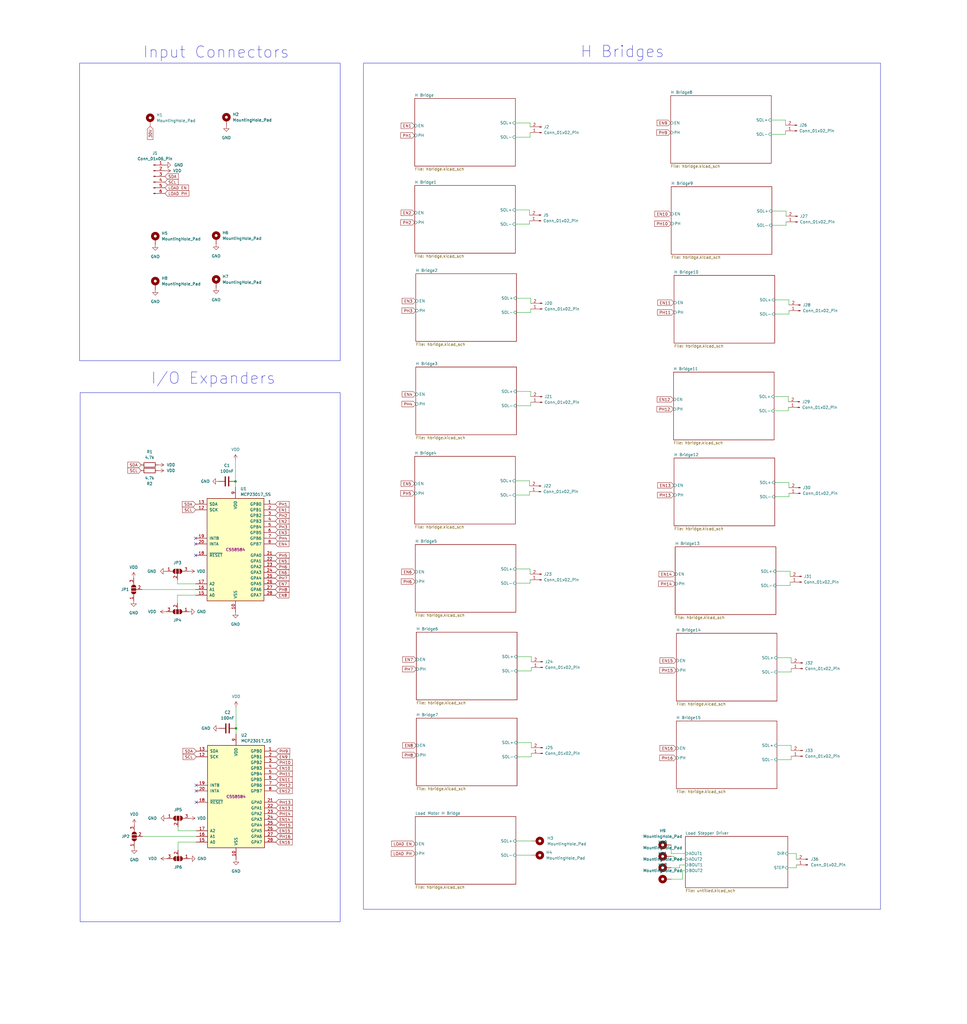
<source format=kicad_sch>
(kicad_sch (version 20250114) (generator "eeschema") (generator_version "9.0")
  (paper "User" 431.8 457.2)
  (lib_symbols
    (symbol "Connector:Conn_01x02_Pin" (pin_names (offset 1.016) (hide yes))
      (property "Reference" "J" (at 0 2.54 0))
      (property "Value" "Conn_01x02_Pin" (at 0 -5.08 0))
      (symbol "Conn_01x02_Pin_1_1"
        (rectangle (start 0.8636 0.127) (end 0 -0.127) (stroke (width 0.1524)) (fill (type outline)))
        (rectangle (start 0.8636 -2.413) (end 0 -2.667) (stroke (width 0.1524)) (fill (type outline)))
        (polyline (pts (xy 1.27 0) (xy 0.8636 0)) (stroke (width 0.1524)))
        (polyline (pts (xy 1.27 -2.54) (xy 0.8636 -2.54)) (stroke (width 0.1524)))
        (pin passive line (at 5.08 0 180) (length 3.81) (name "Pin_1") (number "1"))
        (pin passive line (at 5.08 -2.54 180) (length 3.81) (name "Pin_2") (number "2"))
      )
    )
    (symbol "Connector:Conn_01x06_Pin" (pin_names (offset 1.016) (hide yes))
      (property "Reference" "J" (at 0 7.62 0))
      (property "Value" "Conn_01x06_Pin" (at 0 -10.16 0))
      (symbol "Conn_01x06_Pin_1_1"
        (rectangle (start 0.8636 5.207) (end 0 4.953) (stroke (width 0.1524)) (fill (type outline)))
        (rectangle (start 0.8636 2.667) (end 0 2.413) (stroke (width 0.1524)) (fill (type outline)))
        (rectangle (start 0.8636 0.127) (end 0 -0.127) (stroke (width 0.1524)) (fill (type outline)))
        (rectangle (start 0.8636 -2.413) (end 0 -2.667) (stroke (width 0.1524)) (fill (type outline)))
        (rectangle (start 0.8636 -4.953) (end 0 -5.207) (stroke (width 0.1524)) (fill (type outline)))
        (rectangle (start 0.8636 -7.493) (end 0 -7.747) (stroke (width 0.1524)) (fill (type outline)))
        (polyline (pts (xy 1.27 5.08) (xy 0.8636 5.08)) (stroke (width 0.1524)))
        (polyline (pts (xy 1.27 2.54) (xy 0.8636 2.54)) (stroke (width 0.1524)))
        (polyline (pts (xy 1.27 0) (xy 0.8636 0)) (stroke (width 0.1524)))
        (polyline (pts (xy 1.27 -2.54) (xy 0.8636 -2.54)) (stroke (width 0.1524)))
        (polyline (pts (xy 1.27 -5.08) (xy 0.8636 -5.08)) (stroke (width 0.1524)))
        (polyline (pts (xy 1.27 -7.62) (xy 0.8636 -7.62)) (stroke (width 0.1524)))
        (pin passive line (at 5.08 5.08 180) (length 3.81) (name "Pin_1") (number "1"))
        (pin passive line (at 5.08 2.54 180) (length 3.81) (name "Pin_2") (number "2"))
        (pin passive line (at 5.08 0 180) (length 3.81) (name "Pin_3") (number "3"))
        (pin passive line (at 5.08 -2.54 180) (length 3.81) (name "Pin_4") (number "4"))
        (pin passive line (at 5.08 -5.08 180) (length 3.81) (name "Pin_5") (number "5"))
        (pin passive line (at 5.08 -7.62 180) (length 3.81) (name "Pin_6") (number "6"))
      )
    )
    (symbol "Device:C" (pin_numbers (hide yes)) (pin_names (offset 0.254))
      (property "Reference" "C" (at 0.635 2.54 0))
      (property "Value" "C" (at 0.635 -2.54 0))
      (symbol "C_0_1"
        (polyline (pts (xy -2.032 0.762) (xy 2.032 0.762)) (stroke (width 0.508)))
        (polyline (pts (xy -2.032 -0.762) (xy 2.032 -0.762)) (stroke (width 0.508)))
      )
      (symbol "C_1_1"
        (pin passive line (at 0 3.81 270) (length 2.794) (name "~") (number "1"))
        (pin passive line (at 0 -3.81 90) (length 2.794) (name "~") (number "2"))
      )
    )
    (symbol "Device:R" (pin_numbers (hide yes)) (pin_names (offset 0))
      (property "Reference" "R" (at 2.032 0 90))
      (property "Value" "R" (at 0 0 90))
      (symbol "R_0_1"
        (rectangle (start -1.016 -2.54) (end 1.016 2.54) (stroke (width 0.254)))
      )
      (symbol "R_1_1"
        (pin passive line (at 0 3.81 270) (length 1.27) (name "~") (number "1"))
        (pin passive line (at 0 -3.81 90) (length 1.27) (name "~") (number "2"))
      )
    )
    (symbol "Interface_Expansion:MCP23017_SS" (pin_names (offset 1.016))
      (property "Reference" "U" (at -11.43 24.13 0))
      (property "Value" "MCP23017_SS" (at 0 0 0))
      (symbol "MCP23017_SS_0_1"
        (rectangle (start -12.7 22.86) (end 12.7 -22.86) (stroke (width 0.254)) (fill (type background)))
      )
      (symbol "MCP23017_SS_1_1"
        (pin bidirectional line (at -17.78 20.32 0) (length 5.08) (name "SDA") (number "13"))
        (pin input line (at -17.78 17.78 0) (length 5.08) (name "SCK") (number "12"))
        (pin tri_state line (at -17.78 5.08 0) (length 5.08) (name "INTB") (number "19"))
        (pin tri_state line (at -17.78 2.54 0) (length 5.08) (name "INTA") (number "20"))
        (pin input line (at -17.78 -2.54 0) (length 5.08) (name "~{RESET}") (number "18"))
        (pin input line (at -17.78 -15.24 0) (length 5.08) (name "A2") (number "17"))
        (pin input line (at -17.78 -17.78 0) (length 5.08) (name "A1") (number "16"))
        (pin input line (at -17.78 -20.32 0) (length 5.08) (name "A0") (number "15"))
        (pin no_connect line (at -12.7 15.24 0) (length 5.08) (hide yes) (name "NC") (number "11"))
        (pin no_connect line (at -12.7 12.7 0) (length 5.08) (hide yes) (name "NC") (number "14"))
        (pin power_in line (at 0 27.94 270) (length 5.08) (name "VDD") (number "9"))
        (pin power_in line (at 0 -27.94 90) (length 5.08) (name "VSS") (number "10"))
        (pin bidirectional line (at 17.78 20.32 180) (length 5.08) (name "GPB0") (number "1"))
        (pin bidirectional line (at 17.78 17.78 180) (length 5.08) (name "GPB1") (number "2"))
        (pin bidirectional line (at 17.78 15.24 180) (length 5.08) (name "GPB2") (number "3"))
        (pin bidirectional line (at 17.78 12.7 180) (length 5.08) (name "GPB3") (number "4"))
        (pin bidirectional line (at 17.78 10.16 180) (length 5.08) (name "GPB4") (number "5"))
        (pin bidirectional line (at 17.78 7.62 180) (length 5.08) (name "GPB5") (number "6"))
        (pin bidirectional line (at 17.78 5.08 180) (length 5.08) (name "GPB6") (number "7"))
        (pin bidirectional line (at 17.78 2.54 180) (length 5.08) (name "GPB7") (number "8"))
        (pin bidirectional line (at 17.78 -2.54 180) (length 5.08) (name "GPA0") (number "21"))
        (pin bidirectional line (at 17.78 -5.08 180) (length 5.08) (name "GPA1") (number "22"))
        (pin bidirectional line (at 17.78 -7.62 180) (length 5.08) (name "GPA2") (number "23"))
        (pin bidirectional line (at 17.78 -10.16 180) (length 5.08) (name "GPA3") (number "24"))
        (pin bidirectional line (at 17.78 -12.7 180) (length 5.08) (name "GPA4") (number "25"))
        (pin bidirectional line (at 17.78 -15.24 180) (length 5.08) (name "GPA5") (number "26"))
        (pin bidirectional line (at 17.78 -17.78 180) (length 5.08) (name "GPA6") (number "27"))
        (pin bidirectional line (at 17.78 -20.32 180) (length 5.08) (name "GPA7") (number "28"))
      )
    )
    (symbol "Jumper:SolderJumper_3_Open" (pin_names (offset 0) (hide yes))
      (property "Reference" "JP" (at -2.54 -2.54 0))
      (property "Value" "SolderJumper_3_Open" (at 0 2.794 0))
      (symbol "SolderJumper_3_Open_0_1"
        (polyline (pts (xy -2.54 0) (xy -2.032 0)))
        (polyline (pts (xy -1.016 1.016) (xy -1.016 -1.016)))
        (arc (start -1.016 -1.016) (mid -2.0276 0) (end -1.016 1.016))
        (arc (start -1.016 -1.016) (mid -2.0276 0) (end -1.016 1.016) (fill (type outline)))
        (rectangle (start -0.508 1.016) (end 0.508 -1.016) (fill (type outline)))
        (polyline (pts (xy 0 -1.27) (xy 0 -1.016)))
        (arc (start 1.016 1.016) (mid 2.0276 0) (end 1.016 -1.016))
        (arc (start 1.016 1.016) (mid 2.0276 0) (end 1.016 -1.016) (fill (type outline)))
        (polyline (pts (xy 1.016 1.016) (xy 1.016 -1.016)))
        (polyline (pts (xy 2.54 0) (xy 2.032 0)))
      )
      (symbol "SolderJumper_3_Open_1_1"
        (pin passive line (at -5.08 0 0) (length 2.54) (name "A") (number "1"))
        (pin passive line (at 0 -3.81 90) (length 2.54) (name "C") (number "2"))
        (pin passive line (at 5.08 0 180) (length 2.54) (name "B") (number "3"))
      )
    )
    (symbol "Mechanical:MountingHole_Pad" (pin_numbers (hide yes)) (pin_names (offset 1.016) (hide yes))
      (property "Reference" "H" (at 0 6.35 0))
      (property "Value" "MountingHole_Pad" (at 0 4.445 0))
      (symbol "MountingHole_Pad_0_1"
        (circle (center 0 1.27) (radius 1.27) (stroke (width 1.27)))
      )
      (symbol "MountingHole_Pad_1_1"
        (pin input line (at 0 -2.54 90) (length 2.54) (name "1") (number "1"))
      )
    )
    (symbol "power:GND" (power) (pin_names (offset 0))
      (property "Value" "GND" (at 0 -3.81 0))
      (symbol "GND_0_1"
        (polyline (pts (xy 0 0) (xy 0 -1.27) (xy 1.27 -1.27) (xy 0 -2.54) (xy -1.27 -1.27) (xy 0 -1.27)))
      )
      (symbol "GND_1_1"
        (pin power_in line (at 0 0 270) (length 0) (hide yes) (name "GND") (number "1"))
      )
    )
    (symbol "power:VDD" (power) (pin_names (offset 0))
      (property "Value" "VDD" (at 0 3.81 0))
      (symbol "VDD_0_1"
        (polyline (pts (xy -0.762 1.27) (xy 0 2.54)))
        (polyline (pts (xy 0 2.54) (xy 0.762 1.27)))
        (polyline (pts (xy 0 0) (xy 0 2.54)))
      )
      (symbol "VDD_1_1"
        (pin power_in line (at 0 0 90) (length 0) (hide yes) (name "VDD") (number "1"))
      )
    )
  )
  (rectangle (start 35.56 28.194) (end 151.892 161.036))
  (rectangle (start 35.814 175.26) (end 151.892 411.48))
  (rectangle (start 162.306 28.194) (end 393.192 405.892))
  (text "H Bridges" (at 259.08 26.162 0) (effects (font (size 5.08 5.08)) (justify left bottom)))
  (text "I/O Expanders\n" (at 67.31 171.958 0) (effects (font (size 5.08 5.08)) (justify left bottom)))
  (text "Input Connectors" (at 63.754 26.416 0) (effects (font (size 5.08 5.08)) (justify left bottom)))
  (junction (at 105.156 214.884))
  (junction (at 105.41 325.12))
  (no_connect (at 87.376 242.824))
  (no_connect (at 87.376 240.284))
  (no_connect (at 87.63 350.52))
  (no_connect (at 87.63 353.06))
  (no_connect (at 87.376 247.904))
  (no_connect (at 87.63 358.14))
  (wire (pts (xy 345.694 183.388) (xy 352.044 183.388)))
  (wire (pts (xy 236.728 54.864) (xy 236.728 56.642)))
  (wire (pts (xy 351.028 94.234) (xy 351.028 96.52)))
  (wire (pts (xy 303.53 387.35) (xy 303.53 386.08)))
  (wire (pts (xy 230.378 260.35) (xy 236.728 260.35)))
  (wire (pts (xy 230.378 381.762) (xy 237.236 381.762)))
  (wire (pts (xy 236.728 254) (xy 236.728 256.286)))
  (wire (pts (xy 346.964 339.09) (xy 353.314 339.09)))
  (wire (pts (xy 87.63 370.84) (xy 79.502 370.84)))
  (wire (pts (xy 299.72 382.27) (xy 300.99 382.27)))
  (wire (pts (xy 236.474 214.63) (xy 236.474 216.916)))
  (wire (pts (xy 236.474 93.726) (xy 236.474 96.012)))
  (wire (pts (xy 105.156 214.884) (xy 105.156 217.424)))
  (wire (pts (xy 352.298 133.858) (xy 352.298 136.144)))
  (wire (pts (xy 230.632 174.752) (xy 236.982 174.752)))
  (wire (pts (xy 230.632 133.096) (xy 236.982 133.096)))
  (wire (pts (xy 352.806 255.016) (xy 352.806 257.302)))
  (wire (pts (xy 236.474 220.98) (xy 236.474 219.456)))
  (wire (pts (xy 236.474 100.076) (xy 236.474 98.552)))
  (wire (pts (xy 351.79 381) (xy 355.6 381)))
  (wire (pts (xy 79.502 375.92) (xy 79.502 379.476)))
  (wire (pts (xy 299.72 381) (xy 306.07 381)))
  (wire (pts (xy 352.298 221.742) (xy 352.298 220.218)))
  (wire (pts (xy 346.456 261.366) (xy 352.806 261.366)))
  (wire (pts (xy 303.53 386.08) (xy 306.07 386.08)))
  (wire (pts (xy 105.41 315.722) (xy 105.41 325.12)))
  (wire (pts (xy 79.248 265.684) (xy 87.376 265.684)))
  (wire (pts (xy 353.314 293.624) (xy 353.314 295.91)))
  (wire (pts (xy 63.754 373.38) (xy 87.63 373.38)))
  (wire (pts (xy 344.424 53.594) (xy 350.774 53.594)))
  (wire (pts (xy 230.378 375.412) (xy 237.236 375.412)))
  (wire (pts (xy 237.236 299.466) (xy 237.236 297.942)))
  (wire (pts (xy 346.964 299.974) (xy 353.314 299.974)))
  (wire (pts (xy 87.376 260.604) (xy 79.248 260.604)))
  (wire (pts (xy 352.298 215.392) (xy 352.298 217.678)))
  (wire (pts (xy 345.694 177.038) (xy 352.044 177.038)))
  (wire (pts (xy 353.314 299.974) (xy 353.314 298.45)))
  (wire (pts (xy 230.378 254) (xy 236.728 254)))
  (wire (pts (xy 352.044 177.038) (xy 352.044 179.324)))
  (wire (pts (xy 345.948 215.392) (xy 352.298 215.392)))
  (wire (pts (xy 345.948 140.208) (xy 352.298 140.208)))
  (wire (pts (xy 79.248 265.684) (xy 79.248 269.24)))
  (wire (pts (xy 79.502 375.92) (xy 87.63 375.92)))
  (wire (pts (xy 300.99 383.54) (xy 306.07 383.54)))
  (wire (pts (xy 355.6 387.35) (xy 355.6 386.08)))
  (wire (pts (xy 236.728 61.214) (xy 236.728 59.182)))
  (wire (pts (xy 351.028 100.584) (xy 351.028 99.06)))
  (wire (pts (xy 230.124 214.63) (xy 236.474 214.63)))
  (wire (pts (xy 236.982 133.096) (xy 236.982 135.382)))
  (wire (pts (xy 352.298 140.208) (xy 352.298 138.684)))
  (wire (pts (xy 230.124 61.214) (xy 236.728 61.214)))
  (wire (pts (xy 346.964 293.624) (xy 353.314 293.624)))
  (wire (pts (xy 353.314 339.09) (xy 353.314 337.566)))
  (wire (pts (xy 346.456 255.016) (xy 352.806 255.016)))
  (wire (pts (xy 304.8 388.62) (xy 306.07 388.62)))
  (wire (pts (xy 350.774 53.594) (xy 350.774 55.88)))
  (wire (pts (xy 300.99 382.27) (xy 300.99 383.54)))
  (wire (pts (xy 230.886 331.47) (xy 237.236 331.47)))
  (wire (pts (xy 236.982 174.752) (xy 236.982 177.038)))
  (wire (pts (xy 236.728 260.35) (xy 236.728 258.826)))
  (wire (pts (xy 352.044 183.388) (xy 352.044 181.864)))
  (wire (pts (xy 230.886 337.82) (xy 237.236 337.82)))
  (wire (pts (xy 236.982 181.102) (xy 236.982 179.578)))
  (wire (pts (xy 350.774 59.944) (xy 350.774 58.42)))
  (wire (pts (xy 299.72 377.19) (xy 299.72 381)))
  (wire (pts (xy 351.79 387.35) (xy 355.6 387.35)))
  (wire (pts (xy 230.632 181.102) (xy 236.982 181.102)))
  (wire (pts (xy 230.632 139.446) (xy 236.982 139.446)))
  (wire (pts (xy 230.124 93.726) (xy 236.474 93.726)))
  (wire (pts (xy 344.678 94.234) (xy 351.028 94.234)))
  (wire (pts (xy 299.72 392.43) (xy 304.8 392.43)))
  (wire (pts (xy 355.6 381) (xy 355.6 383.54)))
  (wire (pts (xy 230.124 100.076) (xy 236.474 100.076)))
  (wire (pts (xy 79.248 260.604) (xy 79.248 258.826)))
  (wire (pts (xy 304.8 392.43) (xy 304.8 388.62)))
  (wire (pts (xy 344.678 100.584) (xy 351.028 100.584)))
  (wire (pts (xy 344.424 59.944) (xy 350.774 59.944)))
  (wire (pts (xy 346.964 332.74) (xy 353.314 332.74)))
  (wire (pts (xy 237.236 293.116) (xy 237.236 295.402)))
  (wire (pts (xy 230.124 220.98) (xy 236.474 220.98)))
  (wire (pts (xy 237.236 337.82) (xy 237.236 336.296)))
  (wire (pts (xy 345.948 221.742) (xy 352.298 221.742)))
  (wire (pts (xy 230.886 299.466) (xy 237.236 299.466)))
  (wire (pts (xy 79.502 370.84) (xy 79.502 369.062)))
  (wire (pts (xy 237.236 331.47) (xy 237.236 333.756)))
  (wire (pts (xy 230.886 293.116) (xy 237.236 293.116)))
  (wire (pts (xy 345.948 133.858) (xy 352.298 133.858)))
  (wire (pts (xy 63.5 263.144) (xy 87.376 263.144)))
  (wire (pts (xy 105.156 205.486) (xy 105.156 214.884)))
  (wire (pts (xy 352.806 261.366) (xy 352.806 259.842)))
  (wire (pts (xy 236.982 139.446) (xy 236.982 137.922)))
  (wire (pts (xy 230.124 54.864) (xy 236.728 54.864)))
  (wire (pts (xy 105.41 325.12) (xy 105.41 327.66)))
  (wire (pts (xy 299.72 387.35) (xy 303.53 387.35)))
  (wire (pts (xy 353.314 332.74) (xy 353.314 335.026)))
  (global_label "PH5" (shape input) (at 122.936 247.904 0) (property "Intersheetrefs" "${INTERSHEET_REFS}" (effects (hide yes))))
  (global_label "PH12" (shape input) (at 300.736 182.626 180) (property "Intersheetrefs" "${INTERSHEET_REFS}" (effects (hide yes))))
  (global_label "PH11" (shape input) (at 300.99 139.446 180) (property "Intersheetrefs" "${INTERSHEET_REFS}" (effects (hide yes))))
  (global_label "EN16" (shape input) (at 123.19 375.92 0) (property "Intersheetrefs" "${INTERSHEET_REFS}" (effects (hide yes))))
  (global_label "EN3" (shape input) (at 185.674 134.366 180) (property "Intersheetrefs" "${INTERSHEET_REFS}" (effects (hide yes))))
  (global_label "PH13" (shape input) (at 123.19 358.14 0) (property "Intersheetrefs" "${INTERSHEET_REFS}" (effects (hide yes))))
  (global_label "EN3" (shape input) (at 122.936 237.744 0) (property "Intersheetrefs" "${INTERSHEET_REFS}" (effects (hide yes))))
  (global_label "PH1" (shape input) (at 185.166 60.452 180) (property "Intersheetrefs" "${INTERSHEET_REFS}" (effects (hide yes))))
  (global_label "EN16" (shape input) (at 302.006 334.01 180) (property "Intersheetrefs" "${INTERSHEET_REFS}" (effects (hide yes))))
  (global_label "PH9" (shape input) (at 123.19 335.28 0) (property "Intersheetrefs" "${INTERSHEET_REFS}" (effects (hide yes))))
  (global_label "PH2" (shape input) (at 185.166 99.314 180) (property "Intersheetrefs" "${INTERSHEET_REFS}" (effects (hide yes))))
  (global_label "EN1" (shape input) (at 122.936 227.584 0) (property "Intersheetrefs" "${INTERSHEET_REFS}" (effects (hide yes))))
  (global_label "EN13" (shape input) (at 300.99 216.662 180) (property "Intersheetrefs" "${INTERSHEET_REFS}" (effects (hide yes))))
  (global_label "PH4" (shape input) (at 122.936 240.284 0) (property "Intersheetrefs" "${INTERSHEET_REFS}" (effects (hide yes))))
  (global_label "PH7" (shape input) (at 185.928 298.704 180) (property "Intersheetrefs" "${INTERSHEET_REFS}" (effects (hide yes))))
  (global_label "PH3" (shape input) (at 122.936 235.204 0) (property "Intersheetrefs" "${INTERSHEET_REFS}" (effects (hide yes))))
  (global_label "PH6" (shape input) (at 185.42 259.588 180) (property "Intersheetrefs" "${INTERSHEET_REFS}" (effects (hide yes))))
  (global_label "EN5" (shape input) (at 122.936 250.444 0) (property "Intersheetrefs" "${INTERSHEET_REFS}" (effects (hide yes))))
  (global_label "PH14" (shape input) (at 301.498 260.604 180) (property "Intersheetrefs" "${INTERSHEET_REFS}" (effects (hide yes))))
  (global_label "PH10" (shape input) (at 299.72 99.822 180) (property "Intersheetrefs" "${INTERSHEET_REFS}" (effects (hide yes))))
  (global_label "SDA" (shape input) (at 73.66 78.74 0) (property "Intersheetrefs" "${INTERSHEET_REFS}" (effects (hide yes))))
  (global_label "PH13" (shape input) (at 300.99 220.98 180) (property "Intersheetrefs" "${INTERSHEET_REFS}" (effects (hide yes))))
  (global_label "PH2" (shape input) (at 122.936 230.124 0) (property "Intersheetrefs" "${INTERSHEET_REFS}" (effects (hide yes))))
  (global_label "EN2" (shape input) (at 185.166 94.996 180) (property "Intersheetrefs" "${INTERSHEET_REFS}" (effects (hide yes))))
  (global_label "EN12" (shape input) (at 123.19 353.06 0) (property "Intersheetrefs" "${INTERSHEET_REFS}" (effects (hide yes))))
  (global_label "LOAD EN" (shape input) (at 73.66 83.82 0) (property "Intersheetrefs" "${INTERSHEET_REFS}" (effects (hide yes))))
  (global_label "PH5" (shape input) (at 185.166 220.218 180) (property "Intersheetrefs" "${INTERSHEET_REFS}" (effects (hide yes))))
  (global_label "EN10" (shape input) (at 299.72 95.504 180) (property "Intersheetrefs" "${INTERSHEET_REFS}" (effects (hide yes))))
  (global_label "PH16" (shape input) (at 302.006 338.328 180) (property "Intersheetrefs" "${INTERSHEET_REFS}" (effects (hide yes))))
  (global_label "EN10" (shape input) (at 123.19 342.9 0) (property "Intersheetrefs" "${INTERSHEET_REFS}" (effects (hide yes))))
  (global_label "PH8" (shape input) (at 122.936 263.144 0) (property "Intersheetrefs" "${INTERSHEET_REFS}" (effects (hide yes))))
  (global_label "PH9" (shape input) (at 299.466 59.182 180) (property "Intersheetrefs" "${INTERSHEET_REFS}" (effects (hide yes))))
  (global_label "EN2" (shape input) (at 122.936 232.664 0) (property "Intersheetrefs" "${INTERSHEET_REFS}" (effects (hide yes))))
  (global_label "PH11" (shape input) (at 123.19 345.44 0) (property "Intersheetrefs" "${INTERSHEET_REFS}" (effects (hide yes))))
  (global_label "EN12" (shape input) (at 300.736 178.308 180) (property "Intersheetrefs" "${INTERSHEET_REFS}" (effects (hide yes))))
  (global_label "SDA" (shape input) (at 87.63 335.28 180) (property "Intersheetrefs" "${INTERSHEET_REFS}" (effects (hide yes))))
  (global_label "EN4" (shape input) (at 185.674 176.022 180) (property "Intersheetrefs" "${INTERSHEET_REFS}" (effects (hide yes))))
  (global_label "SDA" (shape input) (at 87.376 225.044 180) (property "Intersheetrefs" "${INTERSHEET_REFS}" (effects (hide yes))))
  (global_label "EN4" (shape input) (at 122.936 242.824 0) (property "Intersheetrefs" "${INTERSHEET_REFS}" (effects (hide yes))))
  (global_label "PH4" (shape input) (at 185.674 180.34 180) (property "Intersheetrefs" "${INTERSHEET_REFS}" (effects (hide yes))))
  (global_label "PH16" (shape input) (at 123.19 373.38 0) (property "Intersheetrefs" "${INTERSHEET_REFS}" (effects (hide yes))))
  (global_label "PH12" (shape input) (at 123.19 350.52 0) (property "Intersheetrefs" "${INTERSHEET_REFS}" (effects (hide yes))))
  (global_label "EN5" (shape input) (at 185.166 215.9 180) (property "Intersheetrefs" "${INTERSHEET_REFS}" (effects (hide yes))))
  (global_label "EN11" (shape input) (at 123.19 347.98 0) (property "Intersheetrefs" "${INTERSHEET_REFS}" (effects (hide yes))))
  (global_label "PH3" (shape input) (at 185.674 138.684 180) (property "Intersheetrefs" "${INTERSHEET_REFS}" (effects (hide yes))))
  (global_label "SCL" (shape input) (at 73.66 81.28 0) (property "Intersheetrefs" "${INTERSHEET_REFS}" (effects (hide yes))))
  (global_label "PH10" (shape input) (at 123.19 340.36 0) (property "Intersheetrefs" "${INTERSHEET_REFS}" (effects (hide yes))))
  (global_label "LOAD PH" (shape input) (at 185.42 381 180) (property "Intersheetrefs" "${INTERSHEET_REFS}" (effects (hide yes))))
  (global_label "SCL" (shape input) (at 87.376 227.584 180) (property "Intersheetrefs" "${INTERSHEET_REFS}" (effects (hide yes))))
  (global_label "EN11" (shape input) (at 300.99 135.128 180) (property "Intersheetrefs" "${INTERSHEET_REFS}" (effects (hide yes))))
  (global_label "EN1" (shape input) (at 185.166 56.134 180) (property "Intersheetrefs" "${INTERSHEET_REFS}" (effects (hide yes))))
  (global_label "PH1" (shape input) (at 122.936 225.044 0) (property "Intersheetrefs" "${INTERSHEET_REFS}" (effects (hide yes))))
  (global_label "SCL" (shape input) (at 87.63 337.82 180) (property "Intersheetrefs" "${INTERSHEET_REFS}" (effects (hide yes))))
  (global_label "PH14" (shape input) (at 123.19 363.22 0) (property "Intersheetrefs" "${INTERSHEET_REFS}" (effects (hide yes))))
  (global_label "EN14" (shape input) (at 123.19 365.76 0) (property "Intersheetrefs" "${INTERSHEET_REFS}" (effects (hide yes))))
  (global_label "EN7" (shape input) (at 185.928 294.386 180) (property "Intersheetrefs" "${INTERSHEET_REFS}" (effects (hide yes))))
  (global_label "PH7" (shape input) (at 122.936 258.064 0) (property "Intersheetrefs" "${INTERSHEET_REFS}" (effects (hide yes))))
  (global_label "PH8" (shape input) (at 185.928 337.058 180) (property "Intersheetrefs" "${INTERSHEET_REFS}" (effects (hide yes))))
  (global_label "EN6" (shape input) (at 185.42 255.27 180) (property "Intersheetrefs" "${INTERSHEET_REFS}" (effects (hide yes))))
  (global_label "EN14" (shape input) (at 301.498 256.286 180) (property "Intersheetrefs" "${INTERSHEET_REFS}" (effects (hide yes))))
  (global_label "PH15" (shape input) (at 123.19 368.3 0) (property "Intersheetrefs" "${INTERSHEET_REFS}" (effects (hide yes))))
  (global_label "EN13" (shape input) (at 123.19 360.68 0) (property "Intersheetrefs" "${INTERSHEET_REFS}" (effects (hide yes))))
  (global_label "LOAD PH" (shape input) (at 73.66 86.36 0) (property "Intersheetrefs" "${INTERSHEET_REFS}" (effects (hide yes))))
  (global_label "EN9" (shape input) (at 299.466 54.864 180) (property "Intersheetrefs" "${INTERSHEET_REFS}" (effects (hide yes))))
  (global_label "LOAD EN" (shape input) (at 185.42 376.682 180) (property "Intersheetrefs" "${INTERSHEET_REFS}" (effects (hide yes))))
  (global_label "30V" (shape input) (at 67.056 56.388 270) (property "Intersheetrefs" "${INTERSHEET_REFS}" (effects (hide yes))))
  (global_label "EN6" (shape input) (at 122.936 255.524 0) (property "Intersheetrefs" "${INTERSHEET_REFS}" (effects (hide yes))))
  (global_label "EN7" (shape input) (at 122.936 260.604 0) (property "Intersheetrefs" "${INTERSHEET_REFS}" (effects (hide yes))))
  (global_label "PH6" (shape input) (at 122.936 252.984 0) (property "Intersheetrefs" "${INTERSHEET_REFS}" (effects (hide yes))))
  (global_label "EN9" (shape input) (at 123.19 337.82 0) (property "Intersheetrefs" "${INTERSHEET_REFS}" (effects (hide yes))))
  (global_label "EN15" (shape input) (at 123.19 370.84 0) (property "Intersheetrefs" "${INTERSHEET_REFS}" (effects (hide yes))))
  (global_label "SCL" (shape input) (at 62.992 210.058 180) (property "Intersheetrefs" "${INTERSHEET_REFS}" (effects (hide yes))))
  (global_label "EN8" (shape input) (at 185.928 332.74 180) (property "Intersheetrefs" "${INTERSHEET_REFS}" (effects (hide yes))))
  (global_label "PH15" (shape input) (at 302.006 299.212 180) (property "Intersheetrefs" "${INTERSHEET_REFS}" (effects (hide yes))))
  (global_label "EN8" (shape input) (at 122.936 265.684 0) (property "Intersheetrefs" "${INTERSHEET_REFS}" (effects (hide yes))))
  (global_label "SDA" (shape input) (at 62.992 207.518 180) (property "Intersheetrefs" "${INTERSHEET_REFS}" (effects (hide yes))))
  (global_label "EN15" (shape input) (at 302.006 294.894 180) (property "Intersheetrefs" "${INTERSHEET_REFS}" (effects (hide yes))))
  (symbol (lib_id "Device:C") (at 101.346 214.884 90) (unit 1)
    (property "Reference" "C1" (at 101.346 207.772 90))
    (property "Value" "100nF" (at 101.346 210.312 90))
    (property "Footprint" "Capacitor_SMD:C_0805_2012Metric" (effects (hide yes)))
    (property "Part #" "CC0805KRX7R9BB104" (effects (hide yes)))
  )
  (symbol (lib_id "power:VDD") (at 70.612 207.518 270) (unit 1)
    (property "Reference" "#PWR03" (effects (hide yes)))
    (property "Value" "VDD" (at 74.422 207.518 90) (effects (justify left)))
  )
  (symbol (lib_id "Connector:Conn_01x02_Pin") (at 241.554 219.456 180) (unit 1)
    (property "Reference" "J22" (at 242.57 216.916 0) (effects (justify right)))
    (property "Value" "Conn_01x02_Pin" (at 242.57 219.456 0) (effects (justify right)))
    (property "Footprint" "Connector_PinHeader_2.54mm:PinHeader_1x02_P2.54mm_Vertical" (effects (hide yes)))
  )
  (symbol (lib_id "power:GND") (at 59.944 378.46 0) (unit 1)
    (property "Reference" "#PWR08" (effects (hide yes)))
    (property "Value" "GND" (at 59.944 383.794 0))
  )
  (symbol (lib_id "Mechanical:MountingHole_Pad") (at 297.18 382.27 90) (unit 1)
    (property "Reference" "H10" (at 295.91 375.92 90))
    (property "Value" "MountingHole_Pad" (at 295.91 378.46 90))
    (property "Footprint" "MountingHole:MountingHole_3.2mm_M3_DIN965_Pad_TopBottom" (effects (hide yes)))
  )
  (symbol (lib_id "Jumper:SolderJumper_3_Open") (at 79.248 273.05 180) (unit 1)
    (property "Reference" "JP4" (at 79.248 276.86 0))
    (property "Value" "SolderJumper_3_Open" (effects (hide yes)))
    (property "Footprint" "Jumper:SolderJumper-3_P1.3mm_Open_RoundedPad1.0x1.5mm_NumberLabels" (effects (hide yes)))
  )
  (symbol (lib_id "Connector:Conn_01x02_Pin") (at 357.886 259.842 180) (unit 1)
    (property "Reference" "J31" (at 358.902 257.302 0) (effects (justify right)))
    (property "Value" "Conn_01x02_Pin" (at 358.902 259.842 0) (effects (justify right)))
    (property "Footprint" "Connector_PinHeader_2.54mm:PinHeader_1x02_P2.54mm_Vertical" (effects (hide yes)))
  )
  (symbol (lib_id "Mechanical:MountingHole_Pad") (at 239.776 381.762 270) (unit 1)
    (property "Reference" "H4" (at 243.84 380.492 90) (effects (justify left)))
    (property "Value" "MountingHole_Pad" (at 243.84 383.032 90) (effects (justify left)))
    (property "Footprint" "MountingHole:MountingHole_3.2mm_M3_DIN965_Pad_TopBottom" (effects (hide yes)))
  )
  (symbol (lib_id "Device:R") (at 66.802 207.518 90) (unit 1)
    (property "Reference" "R1" (at 66.802 201.676 90))
    (property "Value" "4.7k" (at 66.802 204.216 90))
    (property "Footprint" "Resistor_SMD:R_0805_2012Metric" (effects (hide yes)))
    (property "Part #" "C17673" (effects (hide yes)))
  )
  (symbol (lib_id "Mechanical:MountingHole_Pad") (at 96.52 125.984 0) (unit 1)
    (property "Reference" "H7" (at 99.314 123.444 0) (effects (justify left)))
    (property "Value" "MountingHole_Pad" (at 99.314 125.984 0) (effects (justify left)))
    (property "Footprint" "MountingHole:MountingHole_3.2mm_M3_DIN965_Pad_TopBottom" (effects (hide yes)))
  )
  (symbol (lib_id "Connector:Conn_01x02_Pin") (at 241.808 59.182 180) (unit 1)
    (property "Reference" "J2" (at 242.824 56.642 0) (effects (justify right)))
    (property "Value" "Conn_01x02_Pin" (at 242.824 59.182 0) (effects (justify right)))
    (property "Footprint" "Connector_PinHeader_2.54mm:PinHeader_1x02_P2.54mm_Vertical" (effects (hide yes)))
  )
  (symbol (lib_id "Interface_Expansion:MCP23017_SS") (at 105.156 245.364 0) (unit 1)
    (property "Reference" "U1" (at 107.3501 218.186 0) (effects (justify left)))
    (property "Value" "MCP23017_SS" (at 107.3501 220.726 0) (effects (justify left)))
    (property "Footprint" "Package_SO:SSOP-28_5.3x10.2mm_P0.65mm" (effects (hide yes)))
    (property "Datasheet" "http://ww1.microchip.com/downloads/en/DeviceDoc/20001952C.pdf" (effects (hide yes)))
    (property "Part #" "C558584" (at 105.156 245.364 0))
  )
  (symbol (lib_id "Connector:Conn_01x02_Pin") (at 360.68 386.08 180) (unit 1)
    (property "Reference" "J36" (at 361.95 383.5399 0) (effects (justify right)))
    (property "Value" "Conn_01x02_Pin" (at 361.95 386.0799 0) (effects (justify right)))
    (property "Footprint" "Connector_PinHeader_2.54mm:PinHeader_1x02_P2.54mm_Vertical" (effects (hide yes)))
    (property "Description" "Generic connector, single row, 01x02, script generated" (effects (hide yes)))
  )
  (symbol (lib_id "Mechanical:MountingHole_Pad") (at 69.342 106.68 0) (unit 1)
    (property "Reference" "H5" (at 72.136 104.14 0) (effects (justify left)))
    (property "Value" "MountingHole_Pad" (at 72.136 106.68 0) (effects (justify left)))
    (property "Footprint" "MountingHole:MountingHole_3.2mm_M3_DIN965_Pad_TopBottom" (effects (hide yes)))
  )
  (symbol (lib_id "power:GND") (at 69.342 129.286 0) (unit 1)
    (property "Reference" "#PWR0214" (effects (hide yes)))
    (property "Value" "GND" (at 69.342 134.62 0))
  )
  (symbol (lib_id "power:GND") (at 59.69 268.224 0) (unit 1)
    (property "Reference" "#PWR06" (effects (hide yes)))
    (property "Value" "GND" (at 59.69 273.558 0))
  )
  (symbol (lib_id "Connector:Conn_01x02_Pin") (at 358.394 298.45 180) (unit 1)
    (property "Reference" "J32" (at 359.41 295.91 0) (effects (justify right)))
    (property "Value" "Conn_01x02_Pin" (at 359.41 298.45 0) (effects (justify right)))
    (property "Footprint" "Connector_PinHeader_2.54mm:PinHeader_1x02_P2.54mm_Vertical" (effects (hide yes)))
  )
  (symbol (lib_id "Mechanical:MountingHole_Pad") (at 96.52 106.426 0) (unit 1)
    (property "Reference" "H6" (at 99.314 103.886 0) (effects (justify left)))
    (property "Value" "MountingHole_Pad" (at 99.314 106.426 0) (effects (justify left)))
    (property "Footprint" "MountingHole:MountingHole_3.2mm_M3_DIN965_Pad_TopBottom" (effects (hide yes)))
  )
  (symbol (lib_id "Mechanical:MountingHole_Pad") (at 69.342 126.746 0) (unit 1)
    (property "Reference" "H8" (at 72.136 124.206 0) (effects (justify left)))
    (property "Value" "MountingHole_Pad" (at 72.136 126.746 0) (effects (justify left)))
    (property "Footprint" "MountingHole:MountingHole_3.2mm_M3_DIN965_Pad_TopBottom" (effects (hide yes)))
  )
  (symbol (lib_id "Connector:Conn_01x02_Pin") (at 356.108 99.06 180) (unit 1)
    (property "Reference" "J27" (at 357.124 96.52 0) (effects (justify right)))
    (property "Value" "Conn_01x02_Pin" (at 357.124 99.06 0) (effects (justify right)))
    (property "Footprint" "Connector_PinHeader_2.54mm:PinHeader_1x02_P2.54mm_Vertical" (effects (hide yes)))
  )
  (symbol (lib_id "Connector:Conn_01x02_Pin") (at 242.316 297.942 180) (unit 1)
    (property "Reference" "J24" (at 243.332 295.402 0) (effects (justify right)))
    (property "Value" "Conn_01x02_Pin" (at 243.332 297.942 0) (effects (justify right)))
    (property "Footprint" "Connector_PinHeader_2.54mm:PinHeader_1x02_P2.54mm_Vertical" (effects (hide yes)))
  )
  (symbol (lib_id "Jumper:SolderJumper_3_Open") (at 59.944 373.38 90) (unit 1)
    (property "Reference" "JP2" (at 57.912 373.38 90) (effects (justify left)))
    (property "Value" "SolderJumper_3_Open" (effects (hide yes)))
    (property "Footprint" "Jumper:SolderJumper-3_P1.3mm_Open_RoundedPad1.0x1.5mm_NumberLabels" (effects (hide yes)))
  )
  (symbol (lib_id "power:GND") (at 73.66 73.66 90) (unit 1)
    (property "Reference" "#PWR01" (effects (hide yes)))
    (property "Value" "GND" (at 77.724 73.66 90) (effects (justify right)))
  )
  (symbol (lib_id "Connector:Conn_01x02_Pin") (at 241.554 98.552 180) (unit 1)
    (property "Reference" "J5" (at 242.57 96.012 0) (effects (justify right)))
    (property "Value" "Conn_01x02_Pin" (at 242.57 98.552 0) (effects (justify right)))
    (property "Footprint" "Connector_PinHeader_2.54mm:PinHeader_1x02_P2.54mm_Vertical" (effects (hide yes)))
  )
  (symbol (lib_id "Connector:Conn_01x02_Pin") (at 357.378 138.684 180) (unit 1)
    (property "Reference" "J28" (at 358.394 136.144 0) (effects (justify right)))
    (property "Value" "Conn_01x02_Pin" (at 358.394 138.684 0) (effects (justify right)))
    (property "Footprint" "Connector_PinHeader_2.54mm:PinHeader_1x02_P2.54mm_Vertical" (effects (hide yes)))
  )
  (symbol (lib_id "Connector:Conn_01x02_Pin") (at 242.316 336.296 180) (unit 1)
    (property "Reference" "J25" (at 243.332 333.756 0) (effects (justify right)))
    (property "Value" "Conn_01x02_Pin" (at 243.332 336.296 0) (effects (justify right)))
    (property "Footprint" "Connector_PinHeader_2.54mm:PinHeader_1x02_P2.54mm_Vertical" (effects (hide yes)))
  )
  (symbol (lib_id "power:VDD") (at 105.41 315.722 0) (unit 1)
    (property "Reference" "#PWR022" (effects (hide yes)))
    (property "Value" "VDD" (at 105.41 310.896 0))
  )
  (symbol (lib_id "Mechanical:MountingHole_Pad") (at 297.18 392.43 90) (unit 1)
    (property "Reference" "H12" (at 295.91 386.08 90))
    (property "Value" "MountingHole_Pad" (at 295.91 388.62 90))
    (property "Footprint" "MountingHole:MountingHole_3.2mm_M3_DIN965_Pad_TopBottom" (effects (hide yes)))
  )
  (symbol (lib_id "Mechanical:MountingHole_Pad") (at 297.18 387.35 90) (unit 1)
    (property "Reference" "H11" (at 295.91 381 90))
    (property "Value" "MountingHole_Pad" (at 295.91 383.54 90))
    (property "Footprint" "MountingHole:MountingHole_3.2mm_M3_DIN965_Pad_TopBottom" (effects (hide yes)))
  )
  (symbol (lib_id "Jumper:SolderJumper_3_Open") (at 79.502 365.252 0) (unit 1)
    (property "Reference" "JP5" (at 79.502 361.442 0))
    (property "Value" "SolderJumper_3_Open" (effects (hide yes)))
    (property "Footprint" "Jumper:SolderJumper-3_P1.3mm_Open_RoundedPad1.0x1.5mm_NumberLabels" (effects (hide yes)))
  )
  (symbol (lib_id "power:GND") (at 69.342 109.22 0) (unit 1)
    (property "Reference" "#PWR0211" (effects (hide yes)))
    (property "Value" "GND" (at 69.342 114.554 0))
  )
  (symbol (lib_id "power:GND") (at 96.52 128.524 0) (unit 1)
    (property "Reference" "#PWR0213" (effects (hide yes)))
    (property "Value" "GND" (at 96.52 133.858 0))
  )
  (symbol (lib_id "Device:R") (at 66.802 210.058 270) (unit 1)
    (property "Reference" "R2" (at 66.802 216.662 90) (effects (justify bottom)))
    (property "Value" "4.7k" (at 66.802 214.122 90) (effects (justify bottom)))
    (property "Footprint" "Resistor_SMD:R_0805_2012Metric" (effects (hide yes)))
    (property "Part #" "C17673" (effects (hide yes)))
  )
  (symbol (lib_id "power:VDD") (at 84.582 365.252 270) (unit 1)
    (property "Reference" "#PWR016" (effects (hide yes)))
    (property "Value" "VDD" (at 88.138 365.252 90) (effects (justify left)))
  )
  (symbol (lib_id "Device:C") (at 101.6 325.12 90) (unit 1)
    (property "Reference" "C2" (at 101.6 318.008 90))
    (property "Value" "100nF" (at 101.6 320.548 90))
    (property "Footprint" "Capacitor_SMD:C_0805_2012Metric" (effects (hide yes)))
    (property "Part #" "CC0805KRX7R9BB104" (effects (hide yes)))
  )
  (symbol (lib_id "power:VDD") (at 73.66 76.2 270) (unit 1)
    (property "Reference" "#PWR02" (effects (hide yes)))
    (property "Value" "VDD" (at 77.216 76.2 90) (effects (justify left)))
  )
  (symbol (lib_id "power:GND") (at 105.41 383.54 0) (unit 1)
    (property "Reference" "#PWR023" (effects (hide yes)))
    (property "Value" "GND" (at 105.41 388.874 0))
  )
  (symbol (lib_id "Connector:Conn_01x02_Pin") (at 358.394 337.566 180) (unit 1)
    (property "Reference" "J33" (at 359.41 335.026 0) (effects (justify right)))
    (property "Value" "Conn_01x02_Pin" (at 359.41 337.566 0) (effects (justify right)))
    (property "Footprint" "Connector_PinHeader_2.54mm:PinHeader_1x02_P2.54mm_Vertical" (effects (hide yes)))
  )
  (symbol (lib_id "power:GND") (at 74.422 365.252 270) (unit 1)
    (property "Reference" "#PWR011" (effects (hide yes)))
    (property "Value" "GND" (at 70.104 365.252 90) (effects (justify right)))
  )
  (symbol (lib_id "power:VDD") (at 105.156 205.486 0) (unit 1)
    (property "Reference" "#PWR020" (effects (hide yes)))
    (property "Value" "VDD" (at 105.156 200.66 0))
  )
  (symbol (lib_id "Jumper:SolderJumper_3_Open") (at 79.248 255.016 0) (unit 1)
    (property "Reference" "JP3" (at 79.248 251.206 0))
    (property "Value" "SolderJumper_3_Open" (effects (hide yes)))
    (property "Footprint" "Jumper:SolderJumper-3_P1.3mm_Open_RoundedPad1.0x1.5mm_NumberLabels" (effects (hide yes)))
  )
  (symbol (lib_id "Connector:Conn_01x02_Pin") (at 355.854 58.42 180) (unit 1)
    (property "Reference" "J26" (at 356.87 55.88 0) (effects (justify right)))
    (property "Value" "Conn_01x02_Pin" (at 356.87 58.42 0) (effects (justify right)))
    (property "Footprint" "Connector_PinHeader_2.54mm:PinHeader_1x02_P2.54mm_Vertical" (effects (hide yes)))
  )
  (symbol (lib_id "Jumper:SolderJumper_3_Open") (at 79.502 383.286 180) (unit 1)
    (property "Reference" "JP6" (at 79.502 387.096 0))
    (property "Value" "SolderJumper_3_Open" (effects (hide yes)))
    (property "Footprint" "Jumper:SolderJumper-3_P1.3mm_Open_RoundedPad1.0x1.5mm_NumberLabels" (effects (hide yes)))
  )
  (symbol (lib_id "Mechanical:MountingHole_Pad") (at 297.18 377.19 90) (unit 1)
    (property "Reference" "H9" (at 295.91 370.84 90))
    (property "Value" "MountingHole_Pad" (at 295.91 373.38 90))
    (property "Footprint" "MountingHole:MountingHole_3.2mm_M3_DIN965_Pad_TopBottom" (effects (hide yes)))
  )
  (symbol (lib_id "Connector:Conn_01x02_Pin") (at 242.062 179.578 180) (unit 1)
    (property "Reference" "J21" (at 243.078 177.038 0) (effects (justify right)))
    (property "Value" "Conn_01x02_Pin" (at 243.078 179.578 0) (effects (justify right)))
    (property "Footprint" "Connector_PinHeader_2.54mm:PinHeader_1x02_P2.54mm_Vertical" (effects (hide yes)))
  )
  (symbol (lib_id "Connector:Conn_01x02_Pin") (at 241.808 258.826 180) (unit 1)
    (property "Reference" "J23" (at 242.824 256.286 0) (effects (justify right)))
    (property "Value" "Conn_01x02_Pin" (at 242.824 258.826 0) (effects (justify right)))
    (property "Footprint" "Connector_PinHeader_2.54mm:PinHeader_1x02_P2.54mm_Vertical" (effects (hide yes)))
  )
  (symbol (lib_id "power:GND") (at 84.582 383.286 90) (unit 1)
    (property "Reference" "#PWR017" (effects (hide yes)))
    (property "Value" "GND" (at 88.138 383.286 90) (effects (justify right)))
  )
  (symbol (lib_id "power:VDD") (at 74.422 383.286 90) (unit 1)
    (property "Reference" "#PWR012" (effects (hide yes)))
    (property "Value" "VDD" (at 70.104 383.286 90) (effects (justify left)))
  )
  (symbol (lib_id "power:GND") (at 96.52 108.966 0) (unit 1)
    (property "Reference" "#PWR0212" (effects (hide yes)))
    (property "Value" "GND" (at 96.52 114.3 0))
  )
  (symbol (lib_id "power:GND") (at 97.79 325.12 270) (unit 1)
    (property "Reference" "#PWR019" (effects (hide yes)))
    (property "Value" "GND" (at 93.98 325.12 90) (effects (justify right)))
  )
  (symbol (lib_id "Connector:Conn_01x06_Pin") (at 68.58 78.74 0) (unit 1)
    (property "Reference" "J1" (at 69.215 68.326 0))
    (property "Value" "Conn_01x06_Pin" (at 69.215 70.866 0))
    (property "Footprint" "Connector_PinHeader_2.54mm:PinHeader_1x06_P2.54mm_Vertical" (effects (hide yes)))
  )
  (symbol (lib_id "Connector:Conn_01x02_Pin") (at 357.378 220.218 180) (unit 1)
    (property "Reference" "J30" (at 358.394 217.678 0) (effects (justify right)))
    (property "Value" "Conn_01x02_Pin" (at 358.394 220.218 0) (effects (justify right)))
    (property "Footprint" "Connector_PinHeader_2.54mm:PinHeader_1x02_P2.54mm_Vertical" (effects (hide yes)))
  )
  (symbol (lib_id "power:VDD") (at 59.69 258.064 0) (unit 1)
    (property "Reference" "#PWR05" (effects (hide yes)))
    (property "Value" "VDD" (at 59.69 253.238 0))
  )
  (symbol (lib_id "power:VDD") (at 74.168 273.05 90) (unit 1)
    (property "Reference" "#PWR010" (effects (hide yes)))
    (property "Value" "VDD" (at 69.85 273.05 90) (effects (justify left)))
  )
  (symbol (lib_id "power:GND") (at 84.328 273.05 90) (unit 1)
    (property "Reference" "#PWR015" (effects (hide yes)))
    (property "Value" "GND" (at 87.884 273.05 90) (effects (justify right)))
  )
  (symbol (lib_id "power:VDD") (at 84.328 255.016 270) (unit 1)
    (property "Reference" "#PWR014" (effects (hide yes)))
    (property "Value" "VDD" (at 87.884 255.016 90) (effects (justify left)))
  )
  (symbol (lib_id "power:GND") (at 105.156 273.304 0) (unit 1)
    (property "Reference" "#PWR021" (effects (hide yes)))
    (property "Value" "GND" (at 105.156 278.638 0))
  )
  (symbol (lib_id "power:GND") (at 101.092 56.134 0) (unit 1)
    (property "Reference" "#PWR013" (effects (hide yes)))
    (property "Value" "GND" (at 101.092 61.468 0))
  )
  (symbol (lib_id "Mechanical:MountingHole_Pad") (at 101.092 53.594 0) (unit 1)
    (property "Reference" "H2" (at 103.886 51.054 0) (effects (justify left)))
    (property "Value" "MountingHole_Pad" (at 103.886 53.594 0) (effects (justify left)))
    (property "Footprint" "MountingHole:MountingHole_3.2mm_M3_DIN965_Pad_TopBottom" (effects (hide yes)))
  )
  (symbol (lib_id "power:VDD") (at 59.944 368.3 0) (unit 1)
    (property "Reference" "#PWR07" (effects (hide yes)))
    (property "Value" "VDD" (at 59.944 363.474 0))
  )
  (symbol (lib_id "Mechanical:MountingHole_Pad") (at 67.056 53.848 0) (unit 1)
    (property "Reference" "H1" (at 69.85 51.308 0) (effects (justify left)))
    (property "Value" "MountingHole_Pad" (at 69.85 53.848 0) (effects (justify left)))
    (property "Footprint" "MountingHole:MountingHole_3.2mm_M3_DIN965_Pad_TopBottom" (effects (hide yes)))
  )
  (symbol (lib_id "Connector:Conn_01x02_Pin") (at 357.124 181.864 180) (unit 1)
    (property "Reference" "J29" (at 358.14 179.324 0) (effects (justify right)))
    (property "Value" "Conn_01x02_Pin" (at 358.14 181.864 0) (effects (justify right)))
    (property "Footprint" "Connector_PinHeader_2.54mm:PinHeader_1x02_P2.54mm_Vertical" (effects (hide yes)))
  )
  (symbol (lib_id "power:VDD") (at 70.612 210.058 270) (unit 1)
    (property "Reference" "#PWR04" (effects (hide yes)))
    (property "Value" "VDD" (at 74.422 210.058 90) (effects (justify left)))
  )
  (symbol (lib_id "power:GND") (at 97.536 214.884 270) (unit 1)
    (property "Reference" "#PWR018" (effects (hide yes)))
    (property "Value" "GND" (at 93.726 214.884 90) (effects (justify right)))
  )
  (symbol (lib_id "Jumper:SolderJumper_3_Open") (at 59.69 263.144 90) (unit 1)
    (property "Reference" "JP1" (at 57.658 263.144 90) (effects (justify left)))
    (property "Value" "SolderJumper_3_Open" (effects (hide yes)))
    (property "Footprint" "Jumper:SolderJumper-3_P1.3mm_Open_RoundedPad1.0x1.5mm_NumberLabels" (effects (hide yes)))
  )
  (symbol (lib_id "power:GND") (at 74.168 255.016 270) (unit 1)
    (property "Reference" "#PWR09" (effects (hide yes)))
    (property "Value" "GND" (at 69.85 255.016 90) (effects (justify right)))
  )
  (symbol (lib_id "Mechanical:MountingHole_Pad") (at 239.776 375.412 270) (unit 1)
    (property "Reference" "H3" (at 244.348 374.142 90) (effects (justify left)))
    (property "Value" "MountingHole_Pad" (at 244.348 376.682 90) (effects (justify left)))
    (property "Footprint" "MountingHole:MountingHole_3.2mm_M3_DIN965_Pad_TopBottom" (effects (hide yes)))
  )
  (symbol (lib_id "Interface_Expansion:MCP23017_SS") (at 105.41 355.6 0) (unit 1)
    (property "Reference" "U2" (at 107.6041 328.168 0) (effects (justify left)))
    (property "Value" "MCP23017_SS" (at 107.6041 330.708 0) (effects (justify left)))
    (property "Footprint" "Package_SO:SSOP-28_5.3x10.2mm_P0.65mm" (effects (hide yes)))
    (property "Datasheet" "http://ww1.microchip.com/downloads/en/DeviceDoc/20001952C.pdf" (effects (hide yes)))
    (property "Part #" "C558584" (at 105.41 355.6 0))
  )
  (symbol (lib_id "Connector:Conn_01x02_Pin") (at 242.062 137.922 180) (unit 1)
    (property "Reference" "J20" (at 243.078 135.382 0) (effects (justify right)))
    (property "Value" "Conn_01x02_Pin" (at 243.078 137.922 0) (effects (justify right)))
    (property "Footprint" "Connector_PinHeader_2.54mm:PinHeader_1x02_P2.54mm_Vertical" (effects (hide yes)))
  )
  (sheet (at 185.42 364.49) (size 44.958 30.226) (stroke (width 0.1524))
    (property "Sheetname" "Load Motor H Bridge" (at 185.42 363.7784 0) (effects (justify left bottom)))
    (property "Sheetfile" "hbridge.kicad_sch" (at 185.42 395.3006 0) (effects (justify left top)))
    (pin "EN" input (at 185.42 376.682 180))
    (pin "PH" input (at 185.42 381 180))
    (pin "SOL+" input (at 230.378 375.412 0))
    (pin "SOL-" input (at 230.378 381.762 0))
  )
  (sheet (at 301.498 244.094) (size 44.958 30.226) (stroke (width 0.1524))
    (property "Sheetname" "H Bridge13" (at 301.498 243.3824 0) (effects (justify left bottom)))
    (property "Sheetfile" "hbridge.kicad_sch" (at 301.498 274.9046 0) (effects (justify left top)))
    (pin "EN" input (at 301.498 256.286 180))
    (pin "PH" input (at 301.498 260.604 180))
    (pin "SOL+" input (at 346.456 255.016 0))
    (pin "SOL-" input (at 346.456 261.366 0))
  )
  (sheet (at 299.72 83.312) (size 44.958 30.226) (stroke (width 0.1524))
    (property "Sheetname" "H Bridge9" (at 299.72 82.6004 0) (effects (justify left bottom)))
    (property "Sheetfile" "hbridge.kicad_sch" (at 299.72 114.1226 0) (effects (justify left top)))
    (pin "EN" input (at 299.72 95.504 180))
    (pin "PH" input (at 299.72 99.822 180))
    (pin "SOL+" input (at 344.678 94.234 0))
    (pin "SOL-" input (at 344.678 100.584 0))
  )
  (sheet (at 302.006 282.702) (size 44.958 30.226) (stroke (width 0.1524))
    (property "Sheetname" "H Bridge14" (at 302.006 281.9904 0) (effects (justify left bottom)))
    (property "Sheetfile" "hbridge.kicad_sch" (at 302.006 313.5126 0) (effects (justify left top)))
    (pin "EN" input (at 302.006 294.894 180))
    (pin "PH" input (at 302.006 299.212 180))
    (pin "SOL+" input (at 346.964 293.624 0))
    (pin "SOL-" input (at 346.964 299.974 0))
  )
  (sheet (at 185.928 282.194) (size 44.958 30.226) (stroke (width 0.1524))
    (property "Sheetname" "H Bridge6" (at 185.928 281.4824 0) (effects (justify left bottom)))
    (property "Sheetfile" "hbridge.kicad_sch" (at 185.928 313.0046 0) (effects (justify left top)))
    (pin "EN" input (at 185.928 294.386 180))
    (pin "PH" input (at 185.928 298.704 180))
    (pin "SOL+" input (at 230.886 293.116 0))
    (pin "SOL-" input (at 230.886 299.466 0))
  )
  (sheet (at 300.736 166.116) (size 44.958 30.226) (stroke (width 0.1524))
    (property "Sheetname" "H Bridge11" (at 300.736 165.4044 0) (effects (justify left bottom)))
    (property "Sheetfile" "hbridge.kicad_sch" (at 300.736 196.9266 0) (effects (justify left top)))
    (pin "EN" input (at 300.736 178.308 180))
    (pin "PH" input (at 300.736 182.626 180))
    (pin "SOL+" input (at 345.694 177.038 0))
    (pin "SOL-" input (at 345.694 183.388 0))
  )
  (sheet (at 302.006 321.818) (size 44.958 30.226) (stroke (width 0.1524))
    (property "Sheetname" "H Bridge15" (at 302.006 321.1064 0) (effects (justify left bottom)))
    (property "Sheetfile" "hbridge.kicad_sch" (at 302.006 352.6286 0) (effects (justify left top)))
    (pin "EN" input (at 302.006 334.01 180))
    (pin "PH" input (at 302.006 338.328 180))
    (pin "SOL+" input (at 346.964 332.74 0))
    (pin "SOL-" input (at 346.964 339.09 0))
  )
  (sheet (at 185.928 320.548) (size 44.958 30.226) (stroke (width 0.1524))
    (property "Sheetname" "H Bridge7" (at 185.928 319.8364 0) (effects (justify left bottom)))
    (property "Sheetfile" "hbridge.kicad_sch" (at 185.928 351.3586 0) (effects (justify left top)))
    (pin "EN" input (at 185.928 332.74 180))
    (pin "PH" input (at 185.928 337.058 180))
    (pin "SOL+" input (at 230.886 331.47 0))
    (pin "SOL-" input (at 230.886 337.82 0))
  )
  (sheet (at 185.674 163.83) (size 44.958 30.226) (stroke (width 0.1524))
    (property "Sheetname" "H Bridge3" (at 185.674 163.1184 0) (effects (justify left bottom)))
    (property "Sheetfile" "hbridge.kicad_sch" (at 185.674 194.6406 0) (effects (justify left top)))
    (pin "EN" input (at 185.674 176.022 180))
    (pin "PH" input (at 185.674 180.34 180))
    (pin "SOL+" input (at 230.632 174.752 0))
    (pin "SOL-" input (at 230.632 181.102 0))
  )
  (sheet (at 299.466 42.672) (size 44.958 30.226) (stroke (width 0.1524))
    (property "Sheetname" "H Bridge8" (at 299.466 41.9604 0) (effects (justify left bottom)))
    (property "Sheetfile" "hbridge.kicad_sch" (at 299.466 73.4826 0) (effects (justify left top)))
    (pin "EN" input (at 299.466 54.864 180))
    (pin "PH" input (at 299.466 59.182 180))
    (pin "SOL+" input (at 344.424 53.594 0))
    (pin "SOL-" input (at 344.424 59.944 0))
  )
  (sheet (at 185.166 43.942) (size 44.958 30.226) (stroke (width 0.1524))
    (property "Sheetname" "H Bridge" (at 185.166 43.2304 0) (effects (justify left bottom)))
    (property "Sheetfile" "hbridge.kicad_sch" (at 185.166 74.7526 0) (effects (justify left top)))
    (pin "EN" input (at 185.166 56.134 180))
    (pin "PH" input (at 185.166 60.452 180))
    (pin "SOL+" input (at 230.124 54.864 0))
    (pin "SOL-" input (at 230.124 61.214 0))
  )
  (sheet (at 300.99 204.47) (size 44.958 30.226) (stroke (width 0.1524))
    (property "Sheetname" "H Bridge12" (at 300.99 203.7584 0) (effects (justify left bottom)))
    (property "Sheetfile" "hbridge.kicad_sch" (at 300.99 235.2806 0) (effects (justify left top)))
    (pin "EN" input (at 300.99 216.662 180))
    (pin "PH" input (at 300.99 220.98 180))
    (pin "SOL+" input (at 345.948 215.392 0))
    (pin "SOL-" input (at 345.948 221.742 0))
  )
  (sheet (at 185.166 203.708) (size 44.958 30.226) (stroke (width 0.1524))
    (property "Sheetname" "H Bridge4" (at 185.166 202.9964 0) (effects (justify left bottom)))
    (property "Sheetfile" "hbridge.kicad_sch" (at 185.166 234.5186 0) (effects (justify left top)))
    (pin "EN" input (at 185.166 215.9 180))
    (pin "PH" input (at 185.166 220.218 180))
    (pin "SOL+" input (at 230.124 214.63 0))
    (pin "SOL-" input (at 230.124 220.98 0))
  )
  (sheet (at 306.07 373.38) (size 45.72 22.86) (stroke (width 0.1524))
    (property "Sheetname" "Load Stepper Driver" (at 306.07 372.6684 0) (effects (justify left bottom)))
    (property "Sheetfile" "untitled.kicad_sch" (at 306.07 396.8246 0) (effects (justify left top)))
    (pin "AOUT1" input (at 306.07 381 180))
    (pin "AOUT2" input (at 306.07 383.54 180))
    (pin "BOUT1" input (at 306.07 386.08 180))
    (pin "BOUT2" input (at 306.07 388.62 180))
    (pin "DIR" input (at 351.79 381 0))
    (pin "STEP" input (at 351.79 387.35 0))
  )
  (sheet (at 185.674 122.174) (size 44.958 30.226) (stroke (width 0.1524))
    (property "Sheetname" "H Bridge2" (at 185.674 121.4624 0) (effects (justify left bottom)))
    (property "Sheetfile" "hbridge.kicad_sch" (at 185.674 152.9846 0) (effects (justify left top)))
    (pin "EN" input (at 185.674 134.366 180))
    (pin "PH" input (at 185.674 138.684 180))
    (pin "SOL+" input (at 230.632 133.096 0))
    (pin "SOL-" input (at 230.632 139.446 0))
  )
  (sheet (at 300.99 122.936) (size 44.958 30.226) (stroke (width 0.1524))
    (property "Sheetname" "H Bridge10" (at 300.99 122.2244 0) (effects (justify left bottom)))
    (property "Sheetfile" "hbridge.kicad_sch" (at 300.99 153.7466 0) (effects (justify left top)))
    (pin "EN" input (at 300.99 135.128 180))
    (pin "PH" input (at 300.99 139.446 180))
    (pin "SOL+" input (at 345.948 133.858 0))
    (pin "SOL-" input (at 345.948 140.208 0))
  )
  (sheet (at 185.42 243.078) (size 44.958 30.226) (stroke (width 0.1524))
    (property "Sheetname" "H Bridge5" (at 185.42 242.3664 0) (effects (justify left bottom)))
    (property "Sheetfile" "hbridge.kicad_sch" (at 185.42 273.8886 0) (effects (justify left top)))
    (pin "EN" input (at 185.42 255.27 180))
    (pin "PH" input (at 185.42 259.588 180))
    (pin "SOL+" input (at 230.378 254 0))
    (pin "SOL-" input (at 230.378 260.35 0))
  )
  (sheet (at 185.166 82.804) (size 44.958 30.226) (stroke (width 0.1524))
    (property "Sheetname" "H Bridge1" (at 185.166 82.0924 0) (effects (justify left bottom)))
    (property "Sheetfile" "hbridge.kicad_sch" (at 185.166 113.6146 0) (effects (justify left top)))
    (pin "EN" input (at 185.166 94.996 180))
    (pin "PH" input (at 185.166 99.314 180))
    (pin "SOL+" input (at 230.124 93.726 0))
    (pin "SOL-" input (at 230.124 100.076 0))
  )
)
</source>
